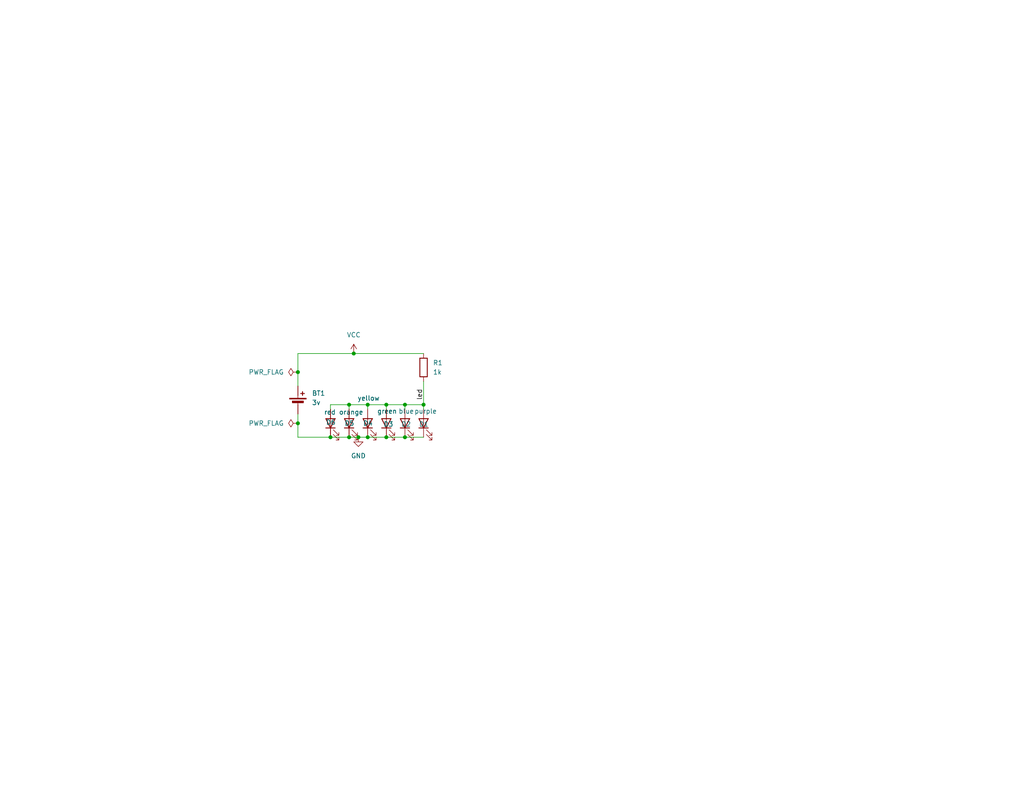
<source format=kicad_sch>
(kicad_sch (version 20250114) (generator "eeschema") (generator_version "9.0")
  (paper "USLetter")
  (lib_symbols
    (symbol "Device:Battery_Cell" (pin_numbers (hide yes)) (pin_names (offset 0) (hide yes))
      (property "Reference" "BT" (at 2.54 2.54 0))
      (property "Value" "Battery_Cell" (at 2.54 0 0))
      (symbol "Battery_Cell_0_1"
        (rectangle (start -2.286 1.778) (end 2.286 1.524) (fill (type outline)))
        (rectangle (start -1.524 1.016) (end 1.524 0.508) (fill (type outline)))
        (polyline (pts (xy 0 1.778) (xy 0 2.54)))
        (polyline (pts (xy 0 0.762) (xy 0 0)))
        (polyline (pts (xy 0.762 3.048) (xy 1.778 3.048)) (stroke (width 0.254)))
        (polyline (pts (xy 1.27 3.556) (xy 1.27 2.54)) (stroke (width 0.254)))
      )
      (symbol "Battery_Cell_1_1"
        (pin passive line (at 0 5.08 270) (length 2.54) (name "+") (number "1"))
        (pin passive line (at 0 -2.54 90) (length 2.54) (name "-") (number "2"))
      )
    )
    (symbol "Device:LED" (pin_numbers (hide yes)) (pin_names (offset 1.016) (hide yes))
      (property "Reference" "D" (at 0 2.54 0))
      (property "Value" "LED" (at 0 -2.54 0))
      (symbol "LED_0_1"
        (polyline (pts (xy -3.048 -0.762) (xy -4.572 -2.286) (xy -3.81 -2.286) (xy -4.572 -2.286) (xy -4.572 -1.524)))
        (polyline (pts (xy -1.778 -0.762) (xy -3.302 -2.286) (xy -2.54 -2.286) (xy -3.302 -2.286) (xy -3.302 -1.524)))
        (polyline (pts (xy -1.27 0) (xy 1.27 0)))
        (polyline (pts (xy -1.27 -1.27) (xy -1.27 1.27)) (stroke (width 0.254)))
        (polyline (pts (xy 1.27 -1.27) (xy 1.27 1.27) (xy -1.27 0) (xy 1.27 -1.27)) (stroke (width 0.254)))
      )
      (symbol "LED_1_1"
        (pin passive line (at -3.81 0 0) (length 2.54) (name "K") (number "1"))
        (pin passive line (at 3.81 0 180) (length 2.54) (name "A") (number "2"))
      )
    )
    (symbol "Device:R" (pin_numbers (hide yes)) (pin_names (offset 0))
      (property "Reference" "R" (at 2.032 0 90))
      (property "Value" "R" (at 0 0 90))
      (symbol "R_0_1"
        (rectangle (start -1.016 -2.54) (end 1.016 2.54) (stroke (width 0.254)))
      )
      (symbol "R_1_1"
        (pin passive line (at 0 3.81 270) (length 1.27) (name "~") (number "1"))
        (pin passive line (at 0 -3.81 90) (length 1.27) (name "~") (number "2"))
      )
    )
    (symbol "power:GND" (power) (pin_numbers (hide yes)) (pin_names (offset 0) (hide yes))
      (property "Value" "GND" (at 0 -3.81 0))
      (symbol "GND_0_1"
        (polyline (pts (xy 0 0) (xy 0 -1.27) (xy 1.27 -1.27) (xy 0 -2.54) (xy -1.27 -1.27) (xy 0 -1.27)))
      )
      (symbol "GND_1_1"
        (pin power_in line (at 0 0 270) (length 0) (name "~") (number "1"))
      )
    )
    (symbol "power:PWR_FLAG" (power) (pin_numbers (hide yes)) (pin_names (offset 0) (hide yes))
      (property "Value" "PWR_FLAG" (at 0 3.81 0))
      (symbol "PWR_FLAG_0_0"
        (pin power_out line (at 0 0 90) (length 0) (name "~") (number "1"))
      )
      (symbol "PWR_FLAG_0_1"
        (polyline (pts (xy 0 0) (xy 0 1.27) (xy -1.016 1.905) (xy 0 2.54) (xy 1.016 1.905) (xy 0 1.27)))
      )
    )
    (symbol "power:VCC" (power) (pin_numbers (hide yes)) (pin_names (offset 0) (hide yes))
      (property "Value" "VCC" (at 0 3.556 0))
      (symbol "VCC_0_1"
        (polyline (pts (xy -0.762 1.27) (xy 0 2.54)))
        (polyline (pts (xy 0 2.54) (xy 0.762 1.27)))
        (polyline (pts (xy 0 0) (xy 0 2.54)))
      )
      (symbol "VCC_1_1"
        (pin power_in line (at 0 0 90) (length 0) (name "~") (number "1"))
      )
    )
  )
  (junction (at 100.33 110.49))
  (junction (at 81.28 101.6))
  (junction (at 105.41 110.49))
  (junction (at 95.25 110.49))
  (junction (at 97.79 119.38))
  (junction (at 95.25 119.38))
  (junction (at 110.49 119.38))
  (junction (at 110.49 110.49))
  (junction (at 115.57 110.49))
  (junction (at 96.52 96.52))
  (junction (at 100.33 119.38))
  (junction (at 105.41 119.38))
  (junction (at 90.17 119.38))
  (junction (at 81.28 115.57))
  (wire (pts (xy 115.57 110.49) (xy 115.57 111.76)))
  (wire (pts (xy 115.57 104.14) (xy 115.57 110.49)))
  (wire (pts (xy 110.49 110.49) (xy 105.41 110.49)))
  (wire (pts (xy 115.57 119.38) (xy 110.49 119.38)))
  (wire (pts (xy 115.57 110.49) (xy 110.49 110.49)))
  (wire (pts (xy 105.41 119.38) (xy 100.33 119.38)))
  (wire (pts (xy 100.33 119.38) (xy 97.79 119.38)))
  (wire (pts (xy 110.49 110.49) (xy 110.49 111.76)))
  (wire (pts (xy 81.28 101.6) (xy 81.28 96.52)))
  (wire (pts (xy 81.28 119.38) (xy 81.28 115.57)))
  (wire (pts (xy 81.28 96.52) (xy 96.52 96.52)))
  (wire (pts (xy 81.28 115.57) (xy 81.28 113.03)))
  (wire (pts (xy 110.49 119.38) (xy 105.41 119.38)))
  (wire (pts (xy 95.25 110.49) (xy 95.25 111.76)))
  (wire (pts (xy 97.79 119.38) (xy 95.25 119.38)))
  (wire (pts (xy 81.28 105.41) (xy 81.28 101.6)))
  (wire (pts (xy 90.17 119.38) (xy 81.28 119.38)))
  (wire (pts (xy 100.33 110.49) (xy 100.33 111.76)))
  (wire (pts (xy 105.41 110.49) (xy 100.33 110.49)))
  (wire (pts (xy 95.25 110.49) (xy 90.17 110.49)))
  (wire (pts (xy 100.33 110.49) (xy 95.25 110.49)))
  (wire (pts (xy 105.41 110.49) (xy 105.41 111.76)))
  (wire (pts (xy 90.17 110.49) (xy 90.17 111.76)))
  (wire (pts (xy 96.52 96.52) (xy 115.57 96.52)))
  (wire (pts (xy 95.25 119.38) (xy 90.17 119.38)))
  (label "led" (at 115.57 109.22 90))
  (symbol (lib_id "Device:LED") (at 105.41 115.57 90) (unit 1)
    (property "Reference" "D3" (at 104.648 115.824 90) (effects (justify right)))
    (property "Value" "green" (at 102.87 112.268 90) (effects (justify right)))
    (property "Footprint" "LED_THT:LED_D5.0mm" (effects (hide yes)))
    (property "Description" "Light emitting diode" (effects (hide yes)))
    (property "Sim.Pins" "1=K 2=A" (effects (hide yes)))
  )
  (symbol (lib_id "Device:Battery_Cell") (at 81.28 110.49 0) (unit 1)
    (property "Reference" "BT1" (at 85.09 107.3784 0) (effects (justify left)))
    (property "Value" "3v" (at 85.09 109.9184 0) (effects (justify left)))
    (property "Footprint" "Battery:BatteryHolder_Keystone_1058_1x2032" (effects (hide yes)))
    (property "Description" "Single-cell battery" (effects (hide yes)))
  )
  (symbol (lib_id "Device:LED") (at 110.49 115.57 90) (unit 1)
    (property "Reference" "D2" (at 109.474 115.824 90) (effects (justify right)))
    (property "Value" "blue" (at 108.712 112.268 90) (effects (justify right)))
    (property "Footprint" "LED_THT:LED_D5.0mm" (effects (hide yes)))
    (property "Description" "Light emitting diode" (effects (hide yes)))
    (property "Sim.Pins" "1=K 2=A" (effects (hide yes)))
  )
  (symbol (lib_id "power:PWR_FLAG") (at 81.28 115.57 90) (unit 1)
    (property "Reference" "#FLG02" (effects (hide yes)))
    (property "Value" "PWR_FLAG" (at 77.47 115.5699 90) (effects (justify left)))
    (property "Description" "Special symbol for telling ERC where power comes from" (effects (hide yes)))
  )
  (symbol (lib_id "power:VCC") (at 96.52 96.52 0) (unit 1)
    (property "Reference" "#PWR02" (effects (hide yes)))
    (property "Value" "VCC" (at 96.52 91.44 0))
    (property "Description" "Power symbol creates a global label with name \"VCC\"" (effects (hide yes)))
  )
  (symbol (lib_id "Device:R") (at 115.57 100.33 0) (unit 1)
    (property "Reference" "R1" (at 118.11 99.0599 0) (effects (justify left)))
    (property "Value" "1k" (at 118.11 101.5999 0) (effects (justify left)))
    (property "Footprint" "Resistor_THT:R_Axial_DIN0309_L9.0mm_D3.2mm_P12.70mm_Horizontal" (effects (hide yes)))
    (property "Description" "Resistor" (effects (hide yes)))
  )
  (symbol (lib_id "Device:LED") (at 115.57 115.57 90) (unit 1)
    (property "Reference" "D1" (at 114.3 115.824 90) (effects (justify right)))
    (property "Value" "purple" (at 113.03 112.268 90) (effects (justify right)))
    (property "Footprint" "LED_THT:LED_D5.0mm" (effects (hide yes)))
    (property "Description" "Light emitting diode" (effects (hide yes)))
    (property "Sim.Pins" "1=K 2=A" (effects (hide yes)))
  )
  (symbol (lib_id "Device:LED") (at 90.17 115.57 90) (unit 1)
    (property "Reference" "D6" (at 88.9 115.316 90) (effects (justify right)))
    (property "Value" "red" (at 88.392 112.522 90) (effects (justify right)))
    (property "Footprint" "LED_THT:LED_D5.0mm" (effects (hide yes)))
    (property "Description" "Light emitting diode" (effects (hide yes)))
    (property "Sim.Pins" "1=K 2=A" (effects (hide yes)))
  )
  (symbol (lib_id "Device:LED") (at 95.25 115.57 90) (unit 1)
    (property "Reference" "D5" (at 93.98 115.57 90) (effects (justify right)))
    (property "Value" "orange" (at 92.456 112.522 90) (effects (justify right)))
    (property "Footprint" "LED_THT:LED_D5.0mm" (effects (hide yes)))
    (property "Description" "Light emitting diode" (effects (hide yes)))
    (property "Sim.Pins" "1=K 2=A" (effects (hide yes)))
  )
  (symbol (lib_id "power:GND") (at 97.79 119.38 0) (unit 1)
    (property "Reference" "#PWR01" (effects (hide yes)))
    (property "Value" "GND" (at 97.79 124.46 0))
    (property "Description" "Power symbol creates a global label with name \"GND\" , ground" (effects (hide yes)))
  )
  (symbol (lib_id "power:PWR_FLAG") (at 81.28 101.6 90) (unit 1)
    (property "Reference" "#FLG01" (effects (hide yes)))
    (property "Value" "PWR_FLAG" (at 77.47 101.5999 90) (effects (justify left)))
    (property "Description" "Special symbol for telling ERC where power comes from" (effects (hide yes)))
  )
  (symbol (lib_id "Device:LED") (at 100.33 115.57 90) (unit 1)
    (property "Reference" "D4" (at 99.06 115.57 90) (effects (justify right)))
    (property "Value" "yellow" (at 97.536 108.712 90) (effects (justify right)))
    (property "Footprint" "LED_THT:LED_D5.0mm" (effects (hide yes)))
    (property "Description" "Light emitting diode" (effects (hide yes)))
    (property "Sim.Pins" "1=K 2=A" (effects (hide yes)))
  )
)
</source>
